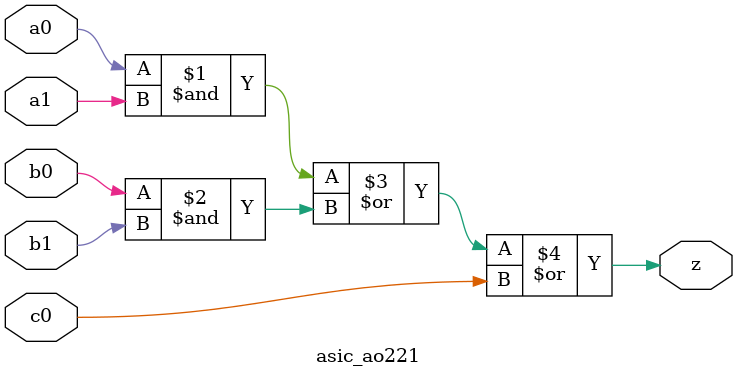
<source format=v>
module asic_ao221(	// file.cleaned.mlir:2:3
  input  a0,	// file.cleaned.mlir:2:28
         a1,	// file.cleaned.mlir:2:41
         b0,	// file.cleaned.mlir:2:54
         b1,	// file.cleaned.mlir:2:67
         c0,	// file.cleaned.mlir:2:80
  output z	// file.cleaned.mlir:2:94
);

  assign z = a0 & a1 | b0 & b1 | c0;	// file.cleaned.mlir:3:10, :4:10, :5:10, :6:5
endmodule


</source>
